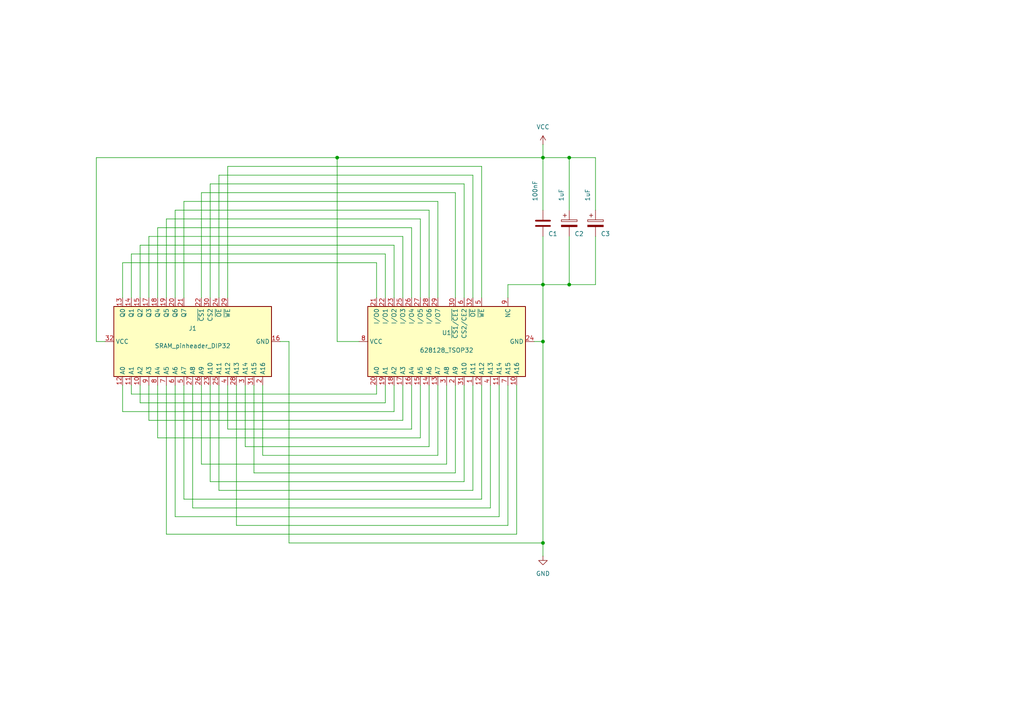
<source format=kicad_sch>
(kicad_sch (version 20250114) (generator "eeschema") (generator_version "9.0")
  (paper "A4")
  (lib_symbols
    (symbol "Device:C" (pin_numbers (hide yes)) (pin_names (offset 0.254))
      (property "Reference" "C" (at 0.635 2.54 0))
      (property "Value" "C" (at 0.635 -2.54 0))
      (symbol "C_0_1"
        (polyline (pts (xy -2.032 0.762) (xy 2.032 0.762)) (stroke (width 0.508)))
        (polyline (pts (xy -2.032 -0.762) (xy 2.032 -0.762)) (stroke (width 0.508)))
      )
      (symbol "C_1_1"
        (pin passive line (at 0 3.81 270) (length 2.794) (name "~") (number "1"))
        (pin passive line (at 0 -3.81 90) (length 2.794) (name "~") (number "2"))
      )
    )
    (symbol "Device:C_Polarized" (pin_numbers (hide yes)) (pin_names (offset 0.254))
      (property "Reference" "C" (at 0.635 2.54 0))
      (property "Value" "C_Polarized" (at 0.635 -2.54 0))
      (symbol "C_Polarized_0_1"
        (rectangle (start -2.286 0.508) (end 2.286 1.016))
        (polyline (pts (xy -1.778 2.286) (xy -0.762 2.286)))
        (polyline (pts (xy -1.27 2.794) (xy -1.27 1.778)))
        (rectangle (start 2.286 -0.508) (end -2.286 -1.016) (fill (type outline)))
      )
      (symbol "C_Polarized_1_1"
        (pin passive line (at 0 3.81 270) (length 2.794) (name "~") (number "1"))
        (pin passive line (at 0 -3.81 90) (length 2.794) (name "~") (number "2"))
      )
    )
    (symbol "adapter_misc:TSOP32_with_NC"
      (property "Reference" "U" (at -10.16 23.495 0))
      (property "Value" "TSOP32_with_NC" (at 2.54 23.495 0))
      (symbol "TSOP32_with_NC_0_0"
        (pin power_in line (at 0 25.4 270) (length 2.54) (name "VCC") (number "8"))
        (pin power_in line (at 0 -25.4 90) (length 2.54) (name "GND") (number "24"))
      )
      (symbol "TSOP32_with_NC_0_1"
        (rectangle (start -10.16 22.86) (end 10.16 -22.86) (stroke (width 0.254)) (fill (type background)))
      )
      (symbol "TSOP32_with_NC_1_1"
        (pin input line (at -12.7 20.32 0) (length 2.54) (name "A0") (number "20"))
        (pin input line (at -12.7 17.78 0) (length 2.54) (name "A1") (number "19"))
        (pin input line (at -12.7 15.24 0) (length 2.54) (name "A2") (number "18"))
        (pin input line (at -12.7 12.7 0) (length 2.54) (name "A3") (number "17"))
        (pin input line (at -12.7 10.16 0) (length 2.54) (name "A4") (number "16"))
        (pin input line (at -12.7 7.62 0) (length 2.54) (name "A5") (number "15"))
        (pin input line (at -12.7 5.08 0) (length 2.54) (name "A6") (number "14"))
        (pin input line (at -12.7 2.54 0) (length 2.54) (name "A7") (number "13"))
        (pin input line (at -12.7 0 0) (length 2.54) (name "A8") (number "3"))
        (pin input line (at -12.7 -2.54 0) (length 2.54) (name "A9") (number "2"))
        (pin input line (at -12.7 -5.08 0) (length 2.54) (name "A10") (number "31"))
        (pin input line (at -12.7 -7.62 0) (length 2.54) (name "A11") (number "1"))
        (pin input line (at -12.7 -10.16 0) (length 2.54) (name "A12") (number "12"))
        (pin input line (at -12.7 -12.7 0) (length 2.54) (name "A13") (number "4"))
        (pin input line (at -12.7 -15.24 0) (length 2.54) (name "A14") (number "11"))
        (pin input line (at -12.7 -17.78 0) (length 2.54) (name "A15") (number "7"))
        (pin input line (at -12.7 -20.32 0) (length 2.54) (name "A16") (number "10"))
        (pin tri_state line (at 12.7 20.32 180) (length 2.54) (name "I/O0") (number "21"))
        (pin tri_state line (at 12.7 17.78 180) (length 2.54) (name "I/O1") (number "22"))
        (pin tri_state line (at 12.7 15.24 180) (length 2.54) (name "I/O2") (number "23"))
        (pin tri_state line (at 12.7 12.7 180) (length 2.54) (name "I/O3") (number "25"))
        (pin tri_state line (at 12.7 10.16 180) (length 2.54) (name "I/O4") (number "26"))
        (pin tri_state line (at 12.7 7.62 180) (length 2.54) (name "I/O5") (number "27"))
        (pin tri_state line (at 12.7 5.08 180) (length 2.54) (name "I/O6") (number "28"))
        (pin tri_state line (at 12.7 2.54 180) (length 2.54) (name "I/O7") (number "29"))
        (pin input line (at 12.7 -2.54 180) (length 2.54) (name "~{CS1}/~{CE1}") (number "30"))
        (pin input line (at 12.7 -5.08 180) (length 2.54) (name "CS2/CE2") (number "6"))
        (pin input line (at 12.7 -7.62 180) (length 2.54) (name "~{OE}") (number "32"))
        (pin input line (at 12.7 -10.16 180) (length 2.54) (name "~{WE}") (number "5"))
        (pin free line (at 12.7 -17.78 180) (length 2.54) (name "NC") (number "9"))
      )
    )
    (symbol "adapter_misc:pinheader_DIP32" (in_bom no) (on_board no)
      (property "Reference" "U" (at -10.16 23.495 0))
      (property "Value" "pinheader_DIP32" (at 2.54 23.495 0))
      (symbol "pinheader_DIP32_0_1"
        (rectangle (start -10.16 22.86) (end 10.16 -22.86) (stroke (width 0.254)) (fill (type background)))
      )
      (symbol "pinheader_DIP32_1_0"
        (pin power_out line (at 0 25.4 270) (length 2.54) (name "VCC") (number "32"))
        (pin power_out line (at 0 -25.4 90) (length 2.54) (name "GND") (number "16"))
      )
      (symbol "pinheader_DIP32_1_1"
        (pin output line (at -12.7 20.32 0) (length 2.54) (name "A0") (number "12"))
        (pin output line (at -12.7 17.78 0) (length 2.54) (name "A1") (number "11"))
        (pin output line (at -12.7 15.24 0) (length 2.54) (name "A2") (number "10"))
        (pin output line (at -12.7 12.7 0) (length 2.54) (name "A3") (number "9"))
        (pin output line (at -12.7 10.16 0) (length 2.54) (name "A4") (number "8"))
        (pin output line (at -12.7 7.62 0) (length 2.54) (name "A5") (number "7"))
        (pin output line (at -12.7 5.08 0) (length 2.54) (name "A6") (number "6"))
        (pin output line (at -12.7 2.54 0) (length 2.54) (name "A7") (number "5"))
        (pin output line (at -12.7 0 0) (length 2.54) (name "A8") (number "27"))
        (pin output line (at -12.7 -2.54 0) (length 2.54) (name "A9") (number "26"))
        (pin output line (at -12.7 -5.08 0) (length 2.54) (name "A10") (number "23"))
        (pin output line (at -12.7 -7.62 0) (length 2.54) (name "A11") (number "25"))
        (pin output line (at -12.7 -10.16 0) (length 2.54) (name "A12") (number "4"))
        (pin output line (at -12.7 -12.7 0) (length 2.54) (name "A13") (number "28"))
        (pin output line (at -12.7 -15.24 0) (length 2.54) (name "A14") (number "3"))
        (pin output line (at -12.7 -17.78 0) (length 2.54) (name "A15") (number "31"))
        (pin output line (at -12.7 -20.32 0) (length 2.54) (name "A16") (number "2"))
        (pin tri_state line (at 12.7 20.32 180) (length 2.54) (name "Q0") (number "13"))
        (pin tri_state line (at 12.7 17.78 180) (length 2.54) (name "Q1") (number "14"))
        (pin tri_state line (at 12.7 15.24 180) (length 2.54) (name "Q2") (number "15"))
        (pin tri_state line (at 12.7 12.7 180) (length 2.54) (name "Q3") (number "17"))
        (pin tri_state line (at 12.7 10.16 180) (length 2.54) (name "Q4") (number "18"))
        (pin tri_state line (at 12.7 7.62 180) (length 2.54) (name "Q5") (number "19"))
        (pin tri_state line (at 12.7 5.08 180) (length 2.54) (name "Q6") (number "20"))
        (pin tri_state line (at 12.7 2.54 180) (length 2.54) (name "Q7") (number "21"))
        (pin output line (at 12.7 -2.54 180) (length 2.54) (name "~{CS1}") (number "22"))
        (pin output line (at 12.7 -5.08 180) (length 2.54) (name "CS2") (number "30"))
        (pin output line (at 12.7 -7.62 180) (length 2.54) (name "~{OE}") (number "24"))
        (pin output line (at 12.7 -10.16 180) (length 2.54) (name "~{WE}") (number "29"))
      )
    )
    (symbol "power:GND" (power) (pin_numbers (hide yes)) (pin_names (offset 0) (hide yes))
      (property "Value" "GND" (at 0 -3.81 0))
      (symbol "GND_0_1"
        (polyline (pts (xy 0 0) (xy 0 -1.27) (xy 1.27 -1.27) (xy 0 -2.54) (xy -1.27 -1.27) (xy 0 -1.27)))
      )
      (symbol "GND_1_1"
        (pin power_in line (at 0 0 270) (length 0) (name "~") (number "1"))
      )
    )
    (symbol "power:VCC" (power) (pin_numbers (hide yes)) (pin_names (offset 0) (hide yes))
      (property "Value" "VCC" (at 0 3.556 0))
      (symbol "VCC_0_1"
        (polyline (pts (xy -0.762 1.27) (xy 0 2.54)))
        (polyline (pts (xy 0 2.54) (xy 0.762 1.27)))
        (polyline (pts (xy 0 0) (xy 0 2.54)))
      )
      (symbol "VCC_1_1"
        (pin power_in line (at 0 0 90) (length 0) (name "~") (number "1"))
      )
    )
  )
  (junction (at 157.48 157.48))
  (junction (at 157.48 99.06))
  (junction (at 157.48 82.55))
  (junction (at 165.1 45.72))
  (junction (at 157.48 45.72))
  (junction (at 97.79 45.72))
  (junction (at 165.1 82.55))
  (wire (pts (xy 157.48 99.06) (xy 157.48 157.48)))
  (wire (pts (xy 119.38 124.46) (xy 119.38 111.76)))
  (wire (pts (xy 124.46 60.96) (xy 124.46 86.36)))
  (wire (pts (xy 45.72 127) (xy 45.72 111.76)))
  (wire (pts (xy 40.64 71.12) (xy 40.64 86.36)))
  (wire (pts (xy 137.16 142.24) (xy 63.5 142.24)))
  (wire (pts (xy 127 111.76) (xy 127 132.08)))
  (wire (pts (xy 83.82 99.06) (xy 83.82 157.48)))
  (wire (pts (xy 127 58.42) (xy 53.34 58.42)))
  (wire (pts (xy 139.7 48.26) (xy 139.7 86.36)))
  (wire (pts (xy 38.1 111.76) (xy 38.1 114.3)))
  (wire (pts (xy 139.7 144.78) (xy 53.34 144.78)))
  (wire (pts (xy 53.34 144.78) (xy 53.34 111.76)))
  (wire (pts (xy 27.94 45.72) (xy 27.94 99.06)))
  (wire (pts (xy 127 132.08) (xy 76.2 132.08)))
  (wire (pts (xy 129.54 134.62) (xy 129.54 111.76)))
  (wire (pts (xy 114.3 119.38) (xy 35.56 119.38)))
  (wire (pts (xy 116.84 121.92) (xy 43.18 121.92)))
  (wire (pts (xy 142.24 111.76) (xy 142.24 147.32)))
  (wire (pts (xy 147.32 111.76) (xy 147.32 152.4)))
  (wire (pts (xy 43.18 111.76) (xy 43.18 121.92)))
  (wire (pts (xy 66.04 124.46) (xy 66.04 111.76)))
  (wire (pts (xy 165.1 82.55) (xy 172.72 82.55)))
  (wire (pts (xy 48.26 63.5) (xy 48.26 86.36)))
  (wire (pts (xy 55.88 147.32) (xy 55.88 111.76)))
  (wire (pts (xy 124.46 111.76) (xy 124.46 129.54)))
  (wire (pts (xy 45.72 66.04) (xy 119.38 66.04)))
  (wire (pts (xy 132.08 137.16) (xy 73.66 137.16)))
  (wire (pts (xy 50.8 60.96) (xy 124.46 60.96)))
  (wire (pts (xy 60.96 53.34) (xy 134.62 53.34)))
  (wire (pts (xy 35.56 76.2) (xy 35.56 86.36)))
  (wire (pts (xy 121.92 127) (xy 45.72 127)))
  (wire (pts (xy 157.48 41.91) (xy 157.48 45.72)))
  (wire (pts (xy 38.1 73.66) (xy 38.1 86.36)))
  (wire (pts (xy 30.48 99.06) (xy 27.94 99.06)))
  (wire (pts (xy 149.86 154.94) (xy 48.26 154.94)))
  (wire (pts (xy 172.72 82.55) (xy 172.72 68.58)))
  (wire (pts (xy 73.66 137.16) (xy 73.66 111.76)))
  (wire (pts (xy 114.3 71.12) (xy 114.3 86.36)))
  (wire (pts (xy 38.1 114.3) (xy 109.22 114.3)))
  (wire (pts (xy 132.08 111.76) (xy 132.08 137.16)))
  (wire (pts (xy 157.48 68.58) (xy 157.48 82.55)))
  (wire (pts (xy 48.26 63.5) (xy 121.92 63.5)))
  (wire (pts (xy 76.2 111.76) (xy 76.2 132.08)))
  (wire (pts (xy 119.38 124.46) (xy 66.04 124.46)))
  (wire (pts (xy 43.18 68.58) (xy 43.18 86.36)))
  (wire (pts (xy 139.7 48.26) (xy 66.04 48.26)))
  (wire (pts (xy 165.1 68.58) (xy 165.1 82.55)))
  (wire (pts (xy 66.04 48.26) (xy 66.04 86.36)))
  (wire (pts (xy 147.32 82.55) (xy 157.48 82.55)))
  (wire (pts (xy 35.56 76.2) (xy 109.22 76.2)))
  (wire (pts (xy 121.92 63.5) (xy 121.92 86.36)))
  (wire (pts (xy 127 58.42) (xy 127 86.36)))
  (wire (pts (xy 132.08 55.88) (xy 132.08 86.36)))
  (wire (pts (xy 137.16 50.8) (xy 137.16 86.36)))
  (wire (pts (xy 63.5 50.8) (xy 63.5 86.36)))
  (wire (pts (xy 121.92 111.76) (xy 121.92 127)))
  (wire (pts (xy 40.64 116.84) (xy 40.64 111.76)))
  (wire (pts (xy 97.79 99.06) (xy 97.79 45.72)))
  (wire (pts (xy 157.48 99.06) (xy 154.94 99.06)))
  (wire (pts (xy 68.58 152.4) (xy 68.58 111.76)))
  (wire (pts (xy 147.32 86.36) (xy 147.32 82.55)))
  (wire (pts (xy 157.48 82.55) (xy 157.48 99.06)))
  (wire (pts (xy 147.32 152.4) (xy 68.58 152.4)))
  (wire (pts (xy 97.79 45.72) (xy 157.48 45.72)))
  (wire (pts (xy 144.78 149.86) (xy 50.8 149.86)))
  (wire (pts (xy 40.64 71.12) (xy 114.3 71.12)))
  (wire (pts (xy 63.5 142.24) (xy 63.5 111.76)))
  (wire (pts (xy 142.24 147.32) (xy 55.88 147.32)))
  (wire (pts (xy 157.48 45.72) (xy 157.48 60.96)))
  (wire (pts (xy 81.28 99.06) (xy 83.82 99.06)))
  (wire (pts (xy 165.1 45.72) (xy 172.72 45.72)))
  (wire (pts (xy 109.22 76.2) (xy 109.22 86.36)))
  (wire (pts (xy 139.7 111.76) (xy 139.7 144.78)))
  (wire (pts (xy 111.76 111.76) (xy 111.76 116.84)))
  (wire (pts (xy 134.62 139.7) (xy 134.62 111.76)))
  (wire (pts (xy 53.34 58.42) (xy 53.34 86.36)))
  (wire (pts (xy 83.82 157.48) (xy 157.48 157.48)))
  (wire (pts (xy 124.46 129.54) (xy 71.12 129.54)))
  (wire (pts (xy 50.8 60.96) (xy 50.8 86.36)))
  (wire (pts (xy 35.56 111.76) (xy 35.56 119.38)))
  (wire (pts (xy 144.78 149.86) (xy 144.78 111.76)))
  (wire (pts (xy 119.38 66.04) (xy 119.38 86.36)))
  (wire (pts (xy 172.72 60.96) (xy 172.72 45.72)))
  (wire (pts (xy 137.16 111.76) (xy 137.16 142.24)))
  (wire (pts (xy 114.3 119.38) (xy 114.3 111.76)))
  (wire (pts (xy 157.48 157.48) (xy 157.48 161.29)))
  (wire (pts (xy 116.84 68.58) (xy 116.84 86.36)))
  (wire (pts (xy 58.42 55.88) (xy 58.42 86.36)))
  (wire (pts (xy 129.54 134.62) (xy 58.42 134.62)))
  (wire (pts (xy 58.42 134.62) (xy 58.42 111.76)))
  (wire (pts (xy 27.94 45.72) (xy 97.79 45.72)))
  (wire (pts (xy 60.96 53.34) (xy 60.96 86.36)))
  (wire (pts (xy 60.96 139.7) (xy 134.62 139.7)))
  (wire (pts (xy 165.1 82.55) (xy 157.48 82.55)))
  (wire (pts (xy 58.42 55.88) (xy 132.08 55.88)))
  (wire (pts (xy 60.96 111.76) (xy 60.96 139.7)))
  (wire (pts (xy 71.12 129.54) (xy 71.12 111.76)))
  (wire (pts (xy 45.72 66.04) (xy 45.72 86.36)))
  (wire (pts (xy 63.5 50.8) (xy 137.16 50.8)))
  (wire (pts (xy 157.48 45.72) (xy 165.1 45.72)))
  (wire (pts (xy 116.84 111.76) (xy 116.84 121.92)))
  (wire (pts (xy 50.8 149.86) (xy 50.8 111.76)))
  (wire (pts (xy 134.62 53.34) (xy 134.62 86.36)))
  (wire (pts (xy 165.1 45.72) (xy 165.1 60.96)))
  (wire (pts (xy 109.22 111.76) (xy 109.22 114.3)))
  (wire (pts (xy 48.26 154.94) (xy 48.26 111.76)))
  (wire (pts (xy 111.76 73.66) (xy 111.76 86.36)))
  (wire (pts (xy 97.79 99.06) (xy 104.14 99.06)))
  (wire (pts (xy 38.1 73.66) (xy 111.76 73.66)))
  (wire (pts (xy 111.76 116.84) (xy 40.64 116.84)))
  (wire (pts (xy 116.84 68.58) (xy 43.18 68.58)))
  (wire (pts (xy 149.86 154.94) (xy 149.86 111.76)))
  (symbol (lib_id "adapter_misc:pinheader_DIP32") (at 55.88 99.06 90) (unit 1) (in_bom no)
    (property "Reference" "J1" (at 55.88 95.25 90))
    (property "Value" "SRAM_pinheader_DIP32" (at 55.88 100.33 90))
    (property "Footprint" "sram_DIP32:DIP-32_HYBRID_socket" (effects (hide yes)))
    (property "Description" "DIP-32 pinheader for 128K x 8 SRAM" (effects (hide yes)))
  )
  (symbol (lib_id "adapter_misc:TSOP32_with_NC") (at 129.54 99.06 90) (unit 1)
    (property "Reference" "U1" (at 129.54 96.52 90))
    (property "Value" "628128_TSOP32" (at 129.54 101.6 90))
    (property "Footprint" "sram_DIP32:TSOP-I-32_18.4x8mm_P0.5mm_silkscreen_mod" (effects (hide yes)))
    (property "Datasheet" "https://www.silicon-ark.co.uk/datasheets/hm628128-datasheet-hitachi.pdf" (effects (hide yes)))
    (property "Description" "128K-word x 8-bit High-Speed CMOS Static RAM, 70/85/100/120ns, 5V supply, TSOP-I-32" (effects (hide yes)))
    (property "${DNP}" "${DNP}" (effects (hide yes)))
  )
  (symbol (lib_id "power:GND") (at 157.48 161.29 0) (unit 1)
    (property "Reference" "#PWR01" (effects (hide yes)))
    (property "Value" "GND" (at 157.48 166.37 0))
    (property "Description" "Power symbol creates a global label with name \"GND\" , ground" (effects (hide yes)))
  )
  (symbol (lib_id "Device:C_Polarized") (at 165.1 64.77 0) (unit 1)
    (property "Reference" "C2" (at 166.624 67.818 0) (effects (justify left)))
    (property "Value" "1uF" (at 162.814 58.42 90) (effects (justify left)))
    (property "Footprint" "Capacitor_SMD:C_0805_2012Metric" (effects (hide yes)))
    (property "Description" "Polarized capacitor" (effects (hide yes)))
  )
  (symbol (lib_id "power:VCC") (at 157.48 41.91 0) (unit 1)
    (property "Reference" "#PWR02" (effects (hide yes)))
    (property "Value" "VCC" (at 157.48 36.83 0))
    (property "Description" "Power symbol creates a global label with name \"VCC\"" (effects (hide yes)))
  )
  (symbol (lib_id "Device:C_Polarized") (at 172.72 64.77 0) (unit 1)
    (property "Reference" "C3" (at 174.244 67.818 0) (effects (justify left)))
    (property "Value" "1uF" (at 170.434 58.42 90) (effects (justify left)))
    (property "Footprint" "Capacitor_SMD:C_0805_2012Metric" (effects (hide yes)))
    (property "Description" "Polarized capacitor" (effects (hide yes)))
  )
  (symbol (lib_id "Device:C") (at 157.48 64.77 0) (unit 1)
    (property "Reference" "C1" (at 159.004 67.818 0) (effects (justify left)))
    (property "Value" "100nF" (at 155.194 58.42 90) (effects (justify left)))
    (property "Footprint" "Capacitor_SMD:C_0805_2012Metric" (effects (hide yes)))
    (property "Description" "Unpolarized capacitor" (effects (hide yes)))
  )
)
</source>
